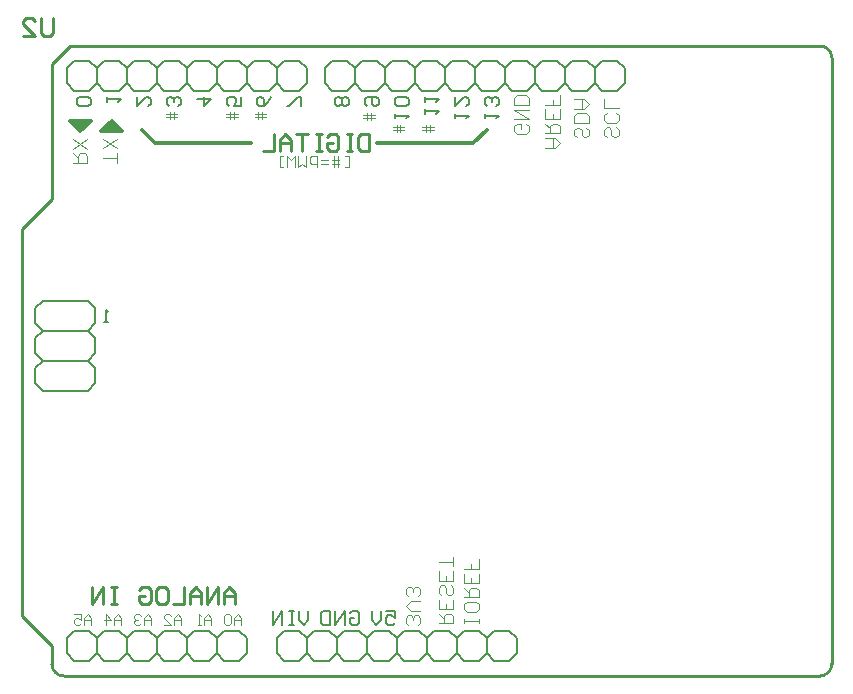
<source format=gbo>
G04*
G04 #@! TF.GenerationSoftware,Altium Limited,Altium Designer,22.10.1 (41)*
G04*
G04 Layer_Color=32896*
%FSLAX24Y24*%
%MOIN*%
G70*
G04*
G04 #@! TF.SameCoordinates,5266F301-D4F6-43A7-B3E8-B4584DB96D65*
G04*
G04*
G04 #@! TF.FilePolarity,Positive*
G04*
G01*
G75*
%ADD11C,0.0100*%
%ADD38C,0.0120*%
%ADD58C,0.0060*%
%ADD59C,0.0057*%
%ADD60C,0.0041*%
%ADD61C,0.0084*%
%ADD62C,0.0048*%
%ADD63C,0.0064*%
%ADD64C,0.0049*%
D11*
X15865Y14014D02*
G03*
X16255Y13614I395J-5D01*
G01*
X41465D02*
G03*
X41865Y14014I0J400D01*
G01*
Y34224D02*
G03*
X41465Y34614I-395J-5D01*
G01*
X16465D02*
X41465D01*
X15865Y34014D02*
X16465Y34614D01*
X15865Y29514D02*
Y34014D01*
X14865Y15614D02*
Y28514D01*
Y15614D02*
X15865Y14614D01*
Y14014D02*
Y14614D01*
X16255Y13614D02*
X41465D01*
X41865Y14014D02*
Y34224D01*
X14865Y28514D02*
X15865Y29514D01*
X15910Y35560D02*
Y35060D01*
X15810Y34960D01*
X15610D01*
X15510Y35060D01*
Y35560D01*
X14910Y34960D02*
X15310D01*
X14910Y35360D01*
Y35460D01*
X15010Y35560D01*
X15210D01*
X15310Y35460D01*
D38*
X17515Y31764D02*
X18215D01*
X17515D02*
X17865Y32114D01*
X18215Y31764D01*
X16465Y32114D02*
X17165D01*
X16815Y31764D02*
X17165Y32114D01*
X16465D02*
X16815Y31764D01*
X17865Y32014D02*
X18065Y31814D01*
X17665D02*
X17865Y32014D01*
X17665Y31814D02*
X17965D01*
X17815Y31914D02*
X17965Y31814D01*
X16615Y32064D02*
X17015D01*
X16615D02*
X16815Y31864D01*
X16965Y32014D01*
X16765D02*
X16965D01*
X16815Y31914D02*
Y31964D01*
X26715Y31364D02*
X29915D01*
X30365Y31814D01*
X19315Y31364D02*
X22515D01*
X18865Y31814D02*
X19315Y31364D01*
D58*
X17315Y23364D02*
Y23864D01*
X15565Y23114D02*
X17065D01*
X15315Y23364D02*
X15565Y23114D01*
X15315Y23364D02*
Y23864D01*
X15565Y24114D01*
X17065Y23114D02*
X17315Y23364D01*
X17065Y24114D02*
X17315Y23864D01*
Y25364D02*
Y25864D01*
Y24364D02*
Y24864D01*
X15565Y24114D02*
X17065D01*
X15565Y25114D02*
X17065D01*
X15315Y24364D02*
X15565Y24114D01*
X15315Y24364D02*
Y24864D01*
X15565Y25114D01*
X15315Y25364D02*
X15565Y25114D01*
X15315Y25364D02*
Y25864D01*
X15565Y26114D01*
X17065D01*
Y24114D02*
X17315Y24364D01*
X17065Y25114D02*
X17315Y24864D01*
X17065Y25114D02*
X17315Y25364D01*
X17065Y26114D02*
X17315Y25864D01*
X23615Y34114D02*
X24115D01*
X23365Y33864D02*
X23615Y34114D01*
X23365Y33364D02*
X23615Y33114D01*
X24115Y34114D02*
X24365Y33864D01*
Y33364D02*
Y33864D01*
X24115Y33114D02*
X24365Y33364D01*
X23615Y33114D02*
X24115D01*
X16615Y34114D02*
X17115D01*
X16365Y33864D02*
X16615Y34114D01*
X16365Y33364D02*
X16615Y33114D01*
X16365Y33364D02*
Y33864D01*
X17365D02*
X17615Y34114D01*
X18115D01*
X18365Y33864D01*
Y33364D02*
Y33864D01*
X18115Y33114D02*
X18365Y33364D01*
X17615Y33114D02*
X18115D01*
X17365Y33364D02*
X17615Y33114D01*
X17115Y34114D02*
X17365Y33864D01*
Y33364D02*
Y33864D01*
X17115Y33114D02*
X17365Y33364D01*
X16615Y33114D02*
X17115D01*
X19615Y34114D02*
X20115D01*
X19365Y33864D02*
X19615Y34114D01*
X19365Y33364D02*
X19615Y33114D01*
X18365Y33864D02*
X18615Y34114D01*
X19115D01*
X19365Y33864D01*
Y33364D02*
Y33864D01*
X19115Y33114D02*
X19365Y33364D01*
X18615Y33114D02*
X19115D01*
X18365Y33364D02*
X18615Y33114D01*
X20365Y33864D02*
X20615Y34114D01*
X21115D01*
X21365Y33864D01*
Y33364D02*
Y33864D01*
X21115Y33114D02*
X21365Y33364D01*
X20615Y33114D02*
X21115D01*
X20365Y33364D02*
X20615Y33114D01*
X20115Y34114D02*
X20365Y33864D01*
Y33364D02*
Y33864D01*
X20115Y33114D02*
X20365Y33364D01*
X19615Y33114D02*
X20115D01*
X22615Y34114D02*
X23115D01*
X22365Y33864D02*
X22615Y34114D01*
X22365Y33364D02*
X22615Y33114D01*
X21365Y33864D02*
X21615Y34114D01*
X22115D01*
X22365Y33864D01*
Y33364D02*
Y33864D01*
X22115Y33114D02*
X22365Y33364D01*
X21615Y33114D02*
X22115D01*
X21365Y33364D02*
X21615Y33114D01*
X23115Y34114D02*
X23365Y33864D01*
Y33364D02*
Y33864D01*
X23115Y33114D02*
X23365Y33364D01*
X22615Y33114D02*
X23115D01*
X34215Y34114D02*
X34715D01*
X33965Y33864D02*
X34215Y34114D01*
X33965Y33364D02*
X34215Y33114D01*
X34715Y34114D02*
X34965Y33864D01*
Y33364D02*
Y33864D01*
X34715Y33114D02*
X34965Y33364D01*
X34215Y33114D02*
X34715D01*
X25215Y34114D02*
X25715D01*
X24965Y33864D02*
X25215Y34114D01*
X24965Y33364D02*
X25215Y33114D01*
X24965Y33364D02*
Y33864D01*
X25965D02*
X26215Y34114D01*
X26715D01*
X26965Y33864D01*
Y33364D02*
Y33864D01*
X26715Y33114D02*
X26965Y33364D01*
X26215Y33114D02*
X26715D01*
X25965Y33364D02*
X26215Y33114D01*
X25715Y34114D02*
X25965Y33864D01*
Y33364D02*
Y33864D01*
X25715Y33114D02*
X25965Y33364D01*
X25215Y33114D02*
X25715D01*
X28215Y34114D02*
X28715D01*
X27965Y33864D02*
X28215Y34114D01*
X27965Y33364D02*
X28215Y33114D01*
X26965Y33864D02*
X27215Y34114D01*
X27715D01*
X27965Y33864D01*
Y33364D02*
Y33864D01*
X27715Y33114D02*
X27965Y33364D01*
X27215Y33114D02*
X27715D01*
X26965Y33364D02*
X27215Y33114D01*
X28965Y33864D02*
X29215Y34114D01*
X29715D01*
X29965Y33864D01*
Y33364D02*
Y33864D01*
X29715Y33114D02*
X29965Y33364D01*
X29215Y33114D02*
X29715D01*
X28965Y33364D02*
X29215Y33114D01*
X28715Y34114D02*
X28965Y33864D01*
Y33364D02*
Y33864D01*
X28715Y33114D02*
X28965Y33364D01*
X28215Y33114D02*
X28715D01*
X31215Y34114D02*
X31715D01*
X30965Y33864D02*
X31215Y34114D01*
X30965Y33364D02*
X31215Y33114D01*
X29965Y33864D02*
X30215Y34114D01*
X30715D01*
X30965Y33864D01*
Y33364D02*
Y33864D01*
X30715Y33114D02*
X30965Y33364D01*
X30215Y33114D02*
X30715D01*
X29965Y33364D02*
X30215Y33114D01*
X31965Y33864D02*
X32215Y34114D01*
X32715D01*
X32965Y33864D01*
Y33364D02*
Y33864D01*
X32715Y33114D02*
X32965Y33364D01*
X32215Y33114D02*
X32715D01*
X31965Y33364D02*
X32215Y33114D01*
X31715Y34114D02*
X31965Y33864D01*
Y33364D02*
Y33864D01*
X31715Y33114D02*
X31965Y33364D01*
X31215Y33114D02*
X31715D01*
X32965Y33864D02*
X33215Y34114D01*
X33715D01*
X33965Y33864D01*
Y33364D02*
Y33864D01*
X33715Y33114D02*
X33965Y33364D01*
X33215Y33114D02*
X33715D01*
X32965Y33364D02*
X33215Y33114D01*
X16615Y14114D02*
X17115D01*
X17365Y14364D01*
X17115Y15114D02*
X17365Y14864D01*
X16365Y14364D02*
X16615Y14114D01*
X16365Y14364D02*
Y14864D01*
X16615Y15114D01*
X17115D01*
X21615Y14114D02*
X22115D01*
X22365Y14364D01*
X22115Y15114D02*
X22365Y14864D01*
Y14364D02*
Y14864D01*
X21115Y14114D02*
X21365Y14364D01*
X20615Y14114D02*
X21115D01*
X20365Y14364D02*
X20615Y14114D01*
X20365Y14364D02*
Y14864D01*
X20615Y15114D01*
X21115D01*
X21365Y14864D01*
Y14364D02*
X21615Y14114D01*
X21365Y14364D02*
Y14864D01*
X21615Y15114D01*
X22115D01*
X18615Y14114D02*
X19115D01*
X19365Y14364D01*
X19115Y15114D02*
X19365Y14864D01*
X20115Y14114D02*
X20365Y14364D01*
X19615Y14114D02*
X20115D01*
X19365Y14364D02*
X19615Y14114D01*
X19365Y14364D02*
Y14864D01*
X19615Y15114D01*
X20115D01*
X20365Y14864D01*
X18115Y14114D02*
X18365Y14364D01*
X17615Y14114D02*
X18115D01*
X17365Y14364D02*
X17615Y14114D01*
X17365Y14364D02*
Y14864D01*
X17615Y15114D01*
X18115D01*
X18365Y14864D01*
Y14364D02*
X18615Y14114D01*
X18365Y14364D02*
Y14864D01*
X18615Y15114D01*
X19115D01*
X23615Y14114D02*
X24115D01*
X24365Y14364D01*
X24115Y15114D02*
X24365Y14864D01*
X23365Y14364D02*
X23615Y14114D01*
X23365Y14364D02*
Y14864D01*
X23615Y15114D01*
X24115D01*
X30615Y14114D02*
X31115D01*
X31365Y14364D01*
X31115Y15114D02*
X31365Y14864D01*
Y14364D02*
Y14864D01*
X30115Y14114D02*
X30365Y14364D01*
X29615Y14114D02*
X30115D01*
X29365Y14364D02*
X29615Y14114D01*
X29365Y14364D02*
Y14864D01*
X29615Y15114D01*
X30115D01*
X30365Y14864D01*
Y14364D02*
X30615Y14114D01*
X30365Y14364D02*
Y14864D01*
X30615Y15114D01*
X31115D01*
X27615Y14114D02*
X28115D01*
X28365Y14364D01*
X28115Y15114D02*
X28365Y14864D01*
X29115Y14114D02*
X29365Y14364D01*
X28615Y14114D02*
X29115D01*
X28365Y14364D02*
X28615Y14114D01*
X28365Y14364D02*
Y14864D01*
X28615Y15114D01*
X29115D01*
X29365Y14864D01*
X27115Y14114D02*
X27365Y14364D01*
X26615Y14114D02*
X27115D01*
X26365Y14364D02*
X26615Y14114D01*
X26365Y14364D02*
Y14864D01*
X26615Y15114D01*
X27115D01*
X27365Y14864D01*
Y14364D02*
X27615Y14114D01*
X27365Y14364D02*
Y14864D01*
X27615Y15114D01*
X28115D01*
X24615Y14114D02*
X25115D01*
X25365Y14364D01*
X25115Y15114D02*
X25365Y14864D01*
X26115Y14114D02*
X26365Y14364D01*
X25615Y14114D02*
X26115D01*
X25365Y14364D02*
X25615Y14114D01*
X25365Y14364D02*
Y14864D01*
X25615Y15114D01*
X26115D01*
X26365Y14864D01*
X24365Y14364D02*
X24615Y14114D01*
X24365Y14364D02*
Y14864D01*
X24615Y15114D01*
X25115D01*
D59*
X26998Y15790D02*
X27315D01*
Y15552D01*
X27156Y15631D01*
X27077D01*
X26998Y15552D01*
Y15393D01*
X27077Y15314D01*
X27236D01*
X27315Y15393D01*
X26839Y15790D02*
Y15472D01*
X26681Y15314D01*
X26522Y15472D01*
Y15790D01*
X24415D02*
Y15472D01*
X24256Y15314D01*
X24098Y15472D01*
Y15790D01*
X23939D02*
X23781D01*
X23860D01*
Y15314D01*
X23939D01*
X23781D01*
X23543D02*
Y15790D01*
X23225Y15314D01*
Y15790D01*
X25788Y15710D02*
X25867Y15790D01*
X26026D01*
X26105Y15710D01*
Y15393D01*
X26026Y15314D01*
X25867D01*
X25788Y15393D01*
Y15552D01*
X25946D01*
X25629Y15314D02*
Y15790D01*
X25312Y15314D01*
Y15790D01*
X25153D02*
Y15314D01*
X24915D01*
X24836Y15393D01*
Y15710D01*
X24915Y15790D01*
X25153D01*
X30289Y32200D02*
Y32359D01*
Y32279D01*
X30765D01*
X30686Y32200D01*
Y32597D02*
X30765Y32676D01*
Y32834D01*
X30686Y32914D01*
X30606D01*
X30527Y32834D01*
Y32755D01*
Y32834D01*
X30448Y32914D01*
X30368D01*
X30289Y32834D01*
Y32676D01*
X30368Y32597D01*
X29289Y32200D02*
Y32359D01*
Y32279D01*
X29765D01*
X29686Y32200D01*
X29289Y32914D02*
Y32597D01*
X29606Y32914D01*
X29686D01*
X29765Y32834D01*
Y32676D01*
X29686Y32597D01*
X28289Y32359D02*
Y32517D01*
Y32438D01*
X28765D01*
X28686Y32359D01*
X28289Y32755D02*
Y32914D01*
Y32834D01*
X28765D01*
X28686Y32755D01*
X27289Y32200D02*
Y32359D01*
Y32279D01*
X27765D01*
X27686Y32200D01*
Y32597D02*
X27765Y32676D01*
Y32834D01*
X27686Y32914D01*
X27368D01*
X27289Y32834D01*
Y32676D01*
X27368Y32597D01*
X27686D01*
X26368D02*
X26289Y32676D01*
Y32834D01*
X26368Y32914D01*
X26686D01*
X26765Y32834D01*
Y32676D01*
X26686Y32597D01*
X26606D01*
X26527Y32676D01*
Y32914D01*
X25686Y32597D02*
X25765Y32676D01*
Y32834D01*
X25686Y32914D01*
X25606D01*
X25527Y32834D01*
X25448Y32914D01*
X25368D01*
X25289Y32834D01*
Y32676D01*
X25368Y32597D01*
X25448D01*
X25527Y32676D01*
X25606Y32597D01*
X25686D01*
X25527Y32676D02*
Y32834D01*
X24165Y32597D02*
Y32914D01*
X24086D01*
X23768Y32597D01*
X23689D01*
X23165Y32914D02*
X23086Y32755D01*
X22927Y32597D01*
X22768D01*
X22689Y32676D01*
Y32834D01*
X22768Y32914D01*
X22848D01*
X22927Y32834D01*
Y32597D01*
X22165Y32914D02*
Y32597D01*
X21927D01*
X22006Y32755D01*
Y32834D01*
X21927Y32914D01*
X21768D01*
X21689Y32834D01*
Y32676D01*
X21768Y32597D01*
X20689Y32834D02*
X21165D01*
X20927Y32597D01*
Y32914D01*
X20086Y32597D02*
X20165Y32676D01*
Y32834D01*
X20086Y32914D01*
X20006D01*
X19927Y32834D01*
Y32755D01*
Y32834D01*
X19848Y32914D01*
X19768D01*
X19689Y32834D01*
Y32676D01*
X19768Y32597D01*
X18689Y32914D02*
Y32597D01*
X19006Y32914D01*
X19086D01*
X19165Y32834D01*
Y32676D01*
X19086Y32597D01*
X17689Y32755D02*
Y32914D01*
Y32834D01*
X18165D01*
X18086Y32755D01*
X17086Y32597D02*
X17165Y32676D01*
Y32834D01*
X17086Y32914D01*
X16768D01*
X16689Y32834D01*
Y32676D01*
X16768Y32597D01*
X17086D01*
D60*
X22175Y15324D02*
Y15550D01*
X22062Y15664D01*
X21948Y15550D01*
Y15324D01*
Y15494D01*
X22175D01*
X21835Y15607D02*
X21778Y15664D01*
X21665D01*
X21608Y15607D01*
Y15380D01*
X21665Y15324D01*
X21778D01*
X21835Y15380D01*
Y15607D01*
X21175Y15324D02*
Y15550D01*
X21062Y15664D01*
X20948Y15550D01*
Y15324D01*
Y15494D01*
X21175D01*
X20835Y15324D02*
X20722D01*
X20778D01*
Y15664D01*
X20835Y15607D01*
X20175Y15324D02*
Y15550D01*
X20062Y15664D01*
X19948Y15550D01*
Y15324D01*
Y15494D01*
X20175D01*
X19608Y15324D02*
X19835D01*
X19608Y15550D01*
Y15607D01*
X19665Y15664D01*
X19778D01*
X19835Y15607D01*
X19175Y15324D02*
Y15550D01*
X19062Y15664D01*
X18948Y15550D01*
Y15324D01*
Y15494D01*
X19175D01*
X18835Y15607D02*
X18778Y15664D01*
X18665D01*
X18608Y15607D01*
Y15550D01*
X18665Y15494D01*
X18722D01*
X18665D01*
X18608Y15437D01*
Y15380D01*
X18665Y15324D01*
X18778D01*
X18835Y15380D01*
X18175Y15324D02*
Y15550D01*
X18062Y15664D01*
X17948Y15550D01*
Y15324D01*
Y15494D01*
X18175D01*
X17665Y15324D02*
Y15664D01*
X17835Y15494D01*
X17608D01*
X17175Y15324D02*
Y15550D01*
X17062Y15664D01*
X16948Y15550D01*
Y15324D01*
Y15494D01*
X17175D01*
X16608Y15664D02*
X16835D01*
Y15494D01*
X16722Y15550D01*
X16665D01*
X16608Y15494D01*
Y15380D01*
X16665Y15324D01*
X16778D01*
X16835Y15380D01*
D61*
X21965Y16014D02*
Y16388D01*
X21778Y16575D01*
X21591Y16388D01*
Y16014D01*
Y16294D01*
X21965D01*
X21404Y16014D02*
Y16575D01*
X21030Y16014D01*
Y16575D01*
X20843Y16014D02*
Y16388D01*
X20656Y16575D01*
X20469Y16388D01*
Y16014D01*
Y16294D01*
X20843D01*
X20282Y16575D02*
Y16014D01*
X19909D01*
X19441Y16575D02*
X19628D01*
X19722Y16481D01*
Y16107D01*
X19628Y16014D01*
X19441D01*
X19348Y16107D01*
Y16481D01*
X19441Y16575D01*
X18787Y16481D02*
X18880Y16575D01*
X19067D01*
X19161Y16481D01*
Y16107D01*
X19067Y16014D01*
X18880D01*
X18787Y16107D01*
Y16294D01*
X18974D01*
X18039Y16575D02*
X17852D01*
X17946D01*
Y16014D01*
X18039D01*
X17852D01*
X17572D02*
Y16575D01*
X17198Y16014D01*
Y16575D01*
X26445Y31665D02*
Y31104D01*
X26165D01*
X26071Y31197D01*
Y31571D01*
X26165Y31665D01*
X26445D01*
X25884D02*
X25697D01*
X25791D01*
Y31104D01*
X25884D01*
X25697D01*
X25043Y31571D02*
X25136Y31665D01*
X25323D01*
X25417Y31571D01*
Y31197D01*
X25323Y31104D01*
X25136D01*
X25043Y31197D01*
Y31384D01*
X25230D01*
X24856Y31665D02*
X24669D01*
X24762D01*
Y31104D01*
X24856D01*
X24669D01*
X24389Y31665D02*
X24015D01*
X24202D01*
Y31104D01*
X23828D02*
Y31478D01*
X23641Y31665D01*
X23454Y31478D01*
Y31104D01*
Y31384D01*
X23828D01*
X23267Y31665D02*
Y31104D01*
X22893D01*
D62*
X32319Y31229D02*
X32636D01*
X32795Y31388D01*
X32636Y31546D01*
X32319D01*
X32557D01*
Y31229D01*
X32319Y31705D02*
X32795D01*
Y31943D01*
X32716Y32022D01*
X32557D01*
X32478Y31943D01*
Y31705D01*
Y31863D02*
X32319Y32022D01*
X32795Y32498D02*
Y32181D01*
X32319D01*
Y32498D01*
X32557Y32181D02*
Y32339D01*
X32795Y32974D02*
Y32657D01*
X32557D01*
Y32815D01*
Y32657D01*
X32319D01*
X31676Y32012D02*
X31755Y31933D01*
Y31774D01*
X31676Y31695D01*
X31358D01*
X31279Y31774D01*
Y31933D01*
X31358Y32012D01*
X31517D01*
Y31853D01*
X31279Y32171D02*
X31755D01*
X31279Y32488D01*
X31755D01*
Y32647D02*
X31279D01*
Y32884D01*
X31358Y32964D01*
X31676D01*
X31755Y32884D01*
Y32647D01*
X28765Y15364D02*
X29241D01*
Y15602D01*
X29162Y15681D01*
X29003D01*
X28924Y15602D01*
Y15364D01*
Y15522D02*
X28765Y15681D01*
X29241Y16157D02*
Y15840D01*
X28765D01*
Y16157D01*
X29003Y15840D02*
Y15998D01*
X29162Y16633D02*
X29241Y16553D01*
Y16395D01*
X29162Y16315D01*
X29082D01*
X29003Y16395D01*
Y16553D01*
X28924Y16633D01*
X28844D01*
X28765Y16553D01*
Y16395D01*
X28844Y16315D01*
X29241Y17109D02*
Y16791D01*
X28765D01*
Y17109D01*
X29003Y16791D02*
Y16950D01*
X29241Y17267D02*
Y17584D01*
Y17426D01*
X28765D01*
X28061Y15314D02*
X28141Y15393D01*
Y15552D01*
X28061Y15631D01*
X27982D01*
X27903Y15552D01*
Y15472D01*
Y15552D01*
X27824Y15631D01*
X27744D01*
X27665Y15552D01*
Y15393D01*
X27744Y15314D01*
X28141Y15790D02*
X27824D01*
X27665Y15948D01*
X27824Y16107D01*
X28141D01*
X28061Y16265D02*
X28141Y16345D01*
Y16503D01*
X28061Y16583D01*
X27982D01*
X27903Y16503D01*
Y16424D01*
Y16503D01*
X27824Y16583D01*
X27744D01*
X27665Y16503D01*
Y16345D01*
X27744Y16265D01*
X30091Y15364D02*
Y15522D01*
Y15443D01*
X29615D01*
Y15364D01*
Y15522D01*
X30091Y15998D02*
Y15840D01*
X30011Y15760D01*
X29694D01*
X29615Y15840D01*
Y15998D01*
X29694Y16078D01*
X30011D01*
X30091Y15998D01*
X29615Y16236D02*
X30091D01*
Y16474D01*
X30011Y16553D01*
X29853D01*
X29774Y16474D01*
Y16236D01*
Y16395D02*
X29615Y16553D01*
X30091Y17029D02*
Y16712D01*
X29615D01*
Y17029D01*
X29853Y16712D02*
Y16871D01*
X30091Y17505D02*
Y17188D01*
X29853D01*
Y17346D01*
Y17188D01*
X29615D01*
X18041Y30724D02*
Y31041D01*
Y30882D01*
X17565D01*
X18041Y31200D02*
X17565Y31517D01*
X18041D02*
X17565Y31200D01*
X16565Y30714D02*
X17041D01*
Y30952D01*
X16961Y31031D01*
X16803D01*
X16724Y30952D01*
Y30714D01*
Y30872D02*
X16565Y31031D01*
X17041Y31190D02*
X16565Y31507D01*
X17041D02*
X16565Y31190D01*
X34679Y31900D02*
X34758Y31820D01*
Y31662D01*
X34679Y31582D01*
X34600D01*
X34520Y31662D01*
Y31820D01*
X34441Y31900D01*
X34362D01*
X34282Y31820D01*
Y31662D01*
X34362Y31582D01*
X34679Y32375D02*
X34758Y32296D01*
Y32137D01*
X34679Y32058D01*
X34362D01*
X34282Y32137D01*
Y32296D01*
X34362Y32375D01*
X34758Y32534D02*
X34282D01*
Y32851D01*
X33683Y31894D02*
X33763Y31815D01*
Y31656D01*
X33683Y31577D01*
X33604D01*
X33525Y31656D01*
Y31815D01*
X33445Y31894D01*
X33366D01*
X33287Y31815D01*
Y31656D01*
X33366Y31577D01*
X33763Y32053D02*
X33287D01*
Y32291D01*
X33366Y32370D01*
X33683D01*
X33763Y32291D01*
Y32053D01*
X33287Y32529D02*
X33604D01*
X33763Y32687D01*
X33604Y32846D01*
X33287D01*
X33525D01*
Y32529D01*
D63*
X17745Y25404D02*
X17603D01*
X17674D01*
Y25829D01*
X17745Y25758D01*
D64*
X25640Y30564D02*
X25765D01*
Y30938D01*
X25640D01*
X25391Y30564D02*
Y30938D01*
X25266D02*
Y30564D01*
X25453Y30813D02*
X25266D01*
X25204D01*
X25453Y30688D02*
X25204D01*
X25080D02*
X24830D01*
X25080Y30813D02*
X24830D01*
X24706Y30564D02*
Y30938D01*
X24519D01*
X24456Y30875D01*
Y30751D01*
X24519Y30688D01*
X24706D01*
X24332Y30938D02*
Y30564D01*
X24207Y30688D01*
X24083Y30564D01*
Y30938D01*
X23958Y30564D02*
Y30938D01*
X23833Y30813D01*
X23709Y30938D01*
Y30564D01*
X23584D02*
X23459D01*
Y30938D01*
X23584D01*
X28219Y31802D02*
X28593D01*
Y31927D02*
X28219D01*
X28469Y31740D02*
Y31927D01*
Y31989D01*
X28344Y31740D02*
Y31989D01*
X27235Y31802D02*
X27609D01*
Y31927D02*
X27235D01*
X27484Y31740D02*
Y31927D01*
Y31989D01*
X27360Y31740D02*
Y31989D01*
X21684Y32235D02*
X22058D01*
Y32360D02*
X21684D01*
X21933Y32173D02*
Y32360D01*
Y32422D01*
X21808Y32173D02*
Y32422D01*
X19676Y32235D02*
X20050D01*
Y32360D02*
X19676D01*
X19925Y32173D02*
Y32360D01*
Y32422D01*
X19801Y32173D02*
Y32422D01*
X22629Y32235D02*
X23003D01*
Y32360D02*
X22629D01*
X22878Y32173D02*
Y32360D01*
Y32422D01*
X22753Y32173D02*
Y32422D01*
X26251Y32196D02*
X26625D01*
Y32320D02*
X26251D01*
X26500Y32133D02*
Y32320D01*
Y32383D01*
X26375Y32133D02*
Y32383D01*
M02*

</source>
